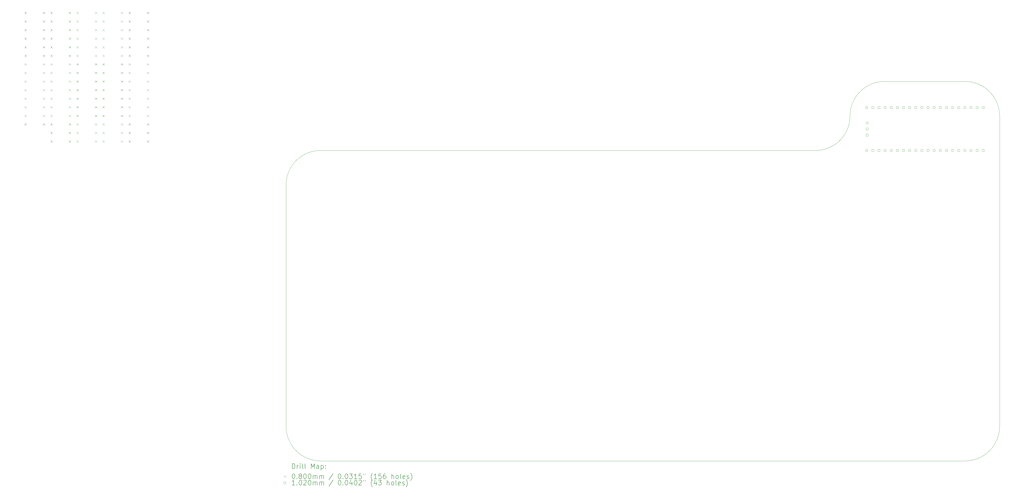
<source format=gbr>
%TF.GenerationSoftware,KiCad,Pcbnew,8.0.8*%
%TF.CreationDate,2025-06-07T08:47:10+08:00*%
%TF.ProjectId,magic-keys,6d616769-632d-46b6-9579-732e6b696361,rev?*%
%TF.SameCoordinates,Original*%
%TF.FileFunction,Drillmap*%
%TF.FilePolarity,Positive*%
%FSLAX45Y45*%
G04 Gerber Fmt 4.5, Leading zero omitted, Abs format (unit mm)*
G04 Created by KiCad (PCBNEW 8.0.8) date 2025-06-07 08:47:10*
%MOMM*%
%LPD*%
G01*
G04 APERTURE LIST*
%ADD10C,0.050000*%
%ADD11C,0.200000*%
%ADD12C,0.100000*%
%ADD13C,0.102000*%
G04 APERTURE END LIST*
D10*
X22860000Y-2381250D02*
G75*
G02*
X21431250Y-3810000I-1428750J0D01*
G01*
X952500Y-16668750D02*
X27622500Y-16668750D01*
X-476250Y-5238750D02*
G75*
G02*
X952500Y-3810000I1428750J0D01*
G01*
X27622500Y-952500D02*
G75*
G02*
X29051250Y-2381250I0J-1428750D01*
G01*
X29051250Y-15240000D02*
X29051250Y-2381250D01*
X22860000Y-2381250D02*
G75*
G02*
X24288750Y-952500I1428750J0D01*
G01*
X952500Y-16668750D02*
G75*
G02*
X-476250Y-15240000I0J1428750D01*
G01*
X952500Y-3810000D02*
X21431250Y-3810000D01*
X-476250Y-15240000D02*
X-476250Y-5238750D01*
X24288750Y-952500D02*
X27622500Y-952500D01*
X29051250Y-15240000D02*
G75*
G02*
X27622500Y-16668750I-1428750J0D01*
G01*
D11*
D12*
X-11301250Y1927500D02*
X-11221250Y1847500D01*
X-11221250Y1927500D02*
X-11301250Y1847500D01*
X-11301250Y1572500D02*
X-11221250Y1492500D01*
X-11221250Y1572500D02*
X-11301250Y1492500D01*
X-11301250Y1217500D02*
X-11221250Y1137500D01*
X-11221250Y1217500D02*
X-11301250Y1137500D01*
X-11301250Y862500D02*
X-11221250Y782500D01*
X-11221250Y862500D02*
X-11301250Y782500D01*
X-11301250Y507500D02*
X-11221250Y427500D01*
X-11221250Y507500D02*
X-11301250Y427500D01*
X-11301250Y152500D02*
X-11221250Y72500D01*
X-11221250Y152500D02*
X-11301250Y72500D01*
X-11301250Y-202500D02*
X-11221250Y-282500D01*
X-11221250Y-202500D02*
X-11301250Y-282500D01*
X-11301250Y-557500D02*
X-11221250Y-637500D01*
X-11221250Y-557500D02*
X-11301250Y-637500D01*
X-11301250Y-912500D02*
X-11221250Y-992500D01*
X-11221250Y-912500D02*
X-11301250Y-992500D01*
X-11301250Y-1267500D02*
X-11221250Y-1347500D01*
X-11221250Y-1267500D02*
X-11301250Y-1347500D01*
X-11301250Y-1622500D02*
X-11221250Y-1702500D01*
X-11221250Y-1622500D02*
X-11301250Y-1702500D01*
X-11301250Y-1977500D02*
X-11221250Y-2057500D01*
X-11221250Y-1977500D02*
X-11301250Y-2057500D01*
X-11301250Y-2332500D02*
X-11221250Y-2412500D01*
X-11221250Y-2332500D02*
X-11301250Y-2412500D01*
X-11301250Y-2687500D02*
X-11221250Y-2767500D01*
X-11221250Y-2687500D02*
X-11301250Y-2767500D01*
X-10539250Y1927500D02*
X-10459250Y1847500D01*
X-10459250Y1927500D02*
X-10539250Y1847500D01*
X-10539250Y1572500D02*
X-10459250Y1492500D01*
X-10459250Y1572500D02*
X-10539250Y1492500D01*
X-10539250Y1217500D02*
X-10459250Y1137500D01*
X-10459250Y1217500D02*
X-10539250Y1137500D01*
X-10539250Y862500D02*
X-10459250Y782500D01*
X-10459250Y862500D02*
X-10539250Y782500D01*
X-10539250Y507500D02*
X-10459250Y427500D01*
X-10459250Y507500D02*
X-10539250Y427500D01*
X-10539250Y152500D02*
X-10459250Y72500D01*
X-10459250Y152500D02*
X-10539250Y72500D01*
X-10539250Y-202500D02*
X-10459250Y-282500D01*
X-10459250Y-202500D02*
X-10539250Y-282500D01*
X-10539250Y-557500D02*
X-10459250Y-637500D01*
X-10459250Y-557500D02*
X-10539250Y-637500D01*
X-10539250Y-912500D02*
X-10459250Y-992500D01*
X-10459250Y-912500D02*
X-10539250Y-992500D01*
X-10539250Y-1267500D02*
X-10459250Y-1347500D01*
X-10459250Y-1267500D02*
X-10539250Y-1347500D01*
X-10539250Y-1622500D02*
X-10459250Y-1702500D01*
X-10459250Y-1622500D02*
X-10539250Y-1702500D01*
X-10539250Y-1977500D02*
X-10459250Y-2057500D01*
X-10459250Y-1977500D02*
X-10539250Y-2057500D01*
X-10539250Y-2332500D02*
X-10459250Y-2412500D01*
X-10459250Y-2332500D02*
X-10539250Y-2412500D01*
X-10539250Y-2687500D02*
X-10459250Y-2767500D01*
X-10459250Y-2687500D02*
X-10539250Y-2767500D01*
X-10224250Y1927500D02*
X-10144250Y1847500D01*
X-10144250Y1927500D02*
X-10224250Y1847500D01*
X-10224250Y1572500D02*
X-10144250Y1492500D01*
X-10144250Y1572500D02*
X-10224250Y1492500D01*
X-10224250Y1217500D02*
X-10144250Y1137500D01*
X-10144250Y1217500D02*
X-10224250Y1137500D01*
X-10224250Y862500D02*
X-10144250Y782500D01*
X-10144250Y862500D02*
X-10224250Y782500D01*
X-10224250Y507500D02*
X-10144250Y427500D01*
X-10144250Y507500D02*
X-10224250Y427500D01*
X-10224250Y152500D02*
X-10144250Y72500D01*
X-10144250Y152500D02*
X-10224250Y72500D01*
X-10224250Y-202500D02*
X-10144250Y-282500D01*
X-10144250Y-202500D02*
X-10224250Y-282500D01*
X-10224250Y-557500D02*
X-10144250Y-637500D01*
X-10144250Y-557500D02*
X-10224250Y-637500D01*
X-10224250Y-912500D02*
X-10144250Y-992500D01*
X-10144250Y-912500D02*
X-10224250Y-992500D01*
X-10224250Y-1267500D02*
X-10144250Y-1347500D01*
X-10144250Y-1267500D02*
X-10224250Y-1347500D01*
X-10224250Y-1622500D02*
X-10144250Y-1702500D01*
X-10144250Y-1622500D02*
X-10224250Y-1702500D01*
X-10224250Y-1977500D02*
X-10144250Y-2057500D01*
X-10144250Y-1977500D02*
X-10224250Y-2057500D01*
X-10224250Y-2332500D02*
X-10144250Y-2412500D01*
X-10144250Y-2332500D02*
X-10224250Y-2412500D01*
X-10224250Y-2687500D02*
X-10144250Y-2767500D01*
X-10144250Y-2687500D02*
X-10224250Y-2767500D01*
X-10224250Y-3042500D02*
X-10144250Y-3122500D01*
X-10144250Y-3042500D02*
X-10224250Y-3122500D01*
X-10224250Y-3397500D02*
X-10144250Y-3477500D01*
X-10144250Y-3397500D02*
X-10224250Y-3477500D01*
X-9462250Y1927500D02*
X-9382250Y1847500D01*
X-9382250Y1927500D02*
X-9462250Y1847500D01*
X-9462250Y1572500D02*
X-9382250Y1492500D01*
X-9382250Y1572500D02*
X-9462250Y1492500D01*
X-9462250Y1217500D02*
X-9382250Y1137500D01*
X-9382250Y1217500D02*
X-9462250Y1137500D01*
X-9462250Y862500D02*
X-9382250Y782500D01*
X-9382250Y862500D02*
X-9462250Y782500D01*
X-9462250Y507500D02*
X-9382250Y427500D01*
X-9382250Y507500D02*
X-9462250Y427500D01*
X-9462250Y152500D02*
X-9382250Y72500D01*
X-9382250Y152500D02*
X-9462250Y72500D01*
X-9462250Y-202500D02*
X-9382250Y-282500D01*
X-9382250Y-202500D02*
X-9462250Y-282500D01*
X-9462250Y-557500D02*
X-9382250Y-637500D01*
X-9382250Y-557500D02*
X-9462250Y-637500D01*
X-9462250Y-912500D02*
X-9382250Y-992500D01*
X-9382250Y-912500D02*
X-9462250Y-992500D01*
X-9462250Y-1267500D02*
X-9382250Y-1347500D01*
X-9382250Y-1267500D02*
X-9462250Y-1347500D01*
X-9462250Y-1622500D02*
X-9382250Y-1702500D01*
X-9382250Y-1622500D02*
X-9462250Y-1702500D01*
X-9462250Y-1977500D02*
X-9382250Y-2057500D01*
X-9382250Y-1977500D02*
X-9462250Y-2057500D01*
X-9462250Y-2332500D02*
X-9382250Y-2412500D01*
X-9382250Y-2332500D02*
X-9462250Y-2412500D01*
X-9462250Y-2687500D02*
X-9382250Y-2767500D01*
X-9382250Y-2687500D02*
X-9462250Y-2767500D01*
X-9462250Y-3042500D02*
X-9382250Y-3122500D01*
X-9382250Y-3042500D02*
X-9462250Y-3122500D01*
X-9462250Y-3397500D02*
X-9382250Y-3477500D01*
X-9382250Y-3397500D02*
X-9462250Y-3477500D01*
X-9147250Y1927500D02*
X-9067250Y1847500D01*
X-9067250Y1927500D02*
X-9147250Y1847500D01*
X-9147250Y1572500D02*
X-9067250Y1492500D01*
X-9067250Y1572500D02*
X-9147250Y1492500D01*
X-9147250Y1217500D02*
X-9067250Y1137500D01*
X-9067250Y1217500D02*
X-9147250Y1137500D01*
X-9147250Y862500D02*
X-9067250Y782500D01*
X-9067250Y862500D02*
X-9147250Y782500D01*
X-9147250Y507500D02*
X-9067250Y427500D01*
X-9067250Y507500D02*
X-9147250Y427500D01*
X-9147250Y152500D02*
X-9067250Y72500D01*
X-9067250Y152500D02*
X-9147250Y72500D01*
X-9147250Y-202500D02*
X-9067250Y-282500D01*
X-9067250Y-202500D02*
X-9147250Y-282500D01*
X-9147250Y-557500D02*
X-9067250Y-637500D01*
X-9067250Y-557500D02*
X-9147250Y-637500D01*
X-9147250Y-912500D02*
X-9067250Y-992500D01*
X-9067250Y-912500D02*
X-9147250Y-992500D01*
X-9147250Y-1267500D02*
X-9067250Y-1347500D01*
X-9067250Y-1267500D02*
X-9147250Y-1347500D01*
X-9147250Y-1622500D02*
X-9067250Y-1702500D01*
X-9067250Y-1622500D02*
X-9147250Y-1702500D01*
X-9147250Y-1977500D02*
X-9067250Y-2057500D01*
X-9067250Y-1977500D02*
X-9147250Y-2057500D01*
X-9147250Y-2332500D02*
X-9067250Y-2412500D01*
X-9067250Y-2332500D02*
X-9147250Y-2412500D01*
X-9147250Y-2687500D02*
X-9067250Y-2767500D01*
X-9067250Y-2687500D02*
X-9147250Y-2767500D01*
X-9147250Y-3042500D02*
X-9067250Y-3122500D01*
X-9067250Y-3042500D02*
X-9147250Y-3122500D01*
X-9147250Y-3397500D02*
X-9067250Y-3477500D01*
X-9067250Y-3397500D02*
X-9147250Y-3477500D01*
X-8385250Y1927500D02*
X-8305250Y1847500D01*
X-8305250Y1927500D02*
X-8385250Y1847500D01*
X-8385250Y1572500D02*
X-8305250Y1492500D01*
X-8305250Y1572500D02*
X-8385250Y1492500D01*
X-8385250Y1217500D02*
X-8305250Y1137500D01*
X-8305250Y1217500D02*
X-8385250Y1137500D01*
X-8385250Y862500D02*
X-8305250Y782500D01*
X-8305250Y862500D02*
X-8385250Y782500D01*
X-8385250Y507500D02*
X-8305250Y427500D01*
X-8305250Y507500D02*
X-8385250Y427500D01*
X-8385250Y152500D02*
X-8305250Y72500D01*
X-8305250Y152500D02*
X-8385250Y72500D01*
X-8385250Y-202500D02*
X-8305250Y-282500D01*
X-8305250Y-202500D02*
X-8385250Y-282500D01*
X-8385250Y-557500D02*
X-8305250Y-637500D01*
X-8305250Y-557500D02*
X-8385250Y-637500D01*
X-8385250Y-912500D02*
X-8305250Y-992500D01*
X-8305250Y-912500D02*
X-8385250Y-992500D01*
X-8385250Y-1267500D02*
X-8305250Y-1347500D01*
X-8305250Y-1267500D02*
X-8385250Y-1347500D01*
X-8385250Y-1622500D02*
X-8305250Y-1702500D01*
X-8305250Y-1622500D02*
X-8385250Y-1702500D01*
X-8385250Y-1977500D02*
X-8305250Y-2057500D01*
X-8305250Y-1977500D02*
X-8385250Y-2057500D01*
X-8385250Y-2332500D02*
X-8305250Y-2412500D01*
X-8305250Y-2332500D02*
X-8385250Y-2412500D01*
X-8385250Y-2687500D02*
X-8305250Y-2767500D01*
X-8305250Y-2687500D02*
X-8385250Y-2767500D01*
X-8385250Y-3042500D02*
X-8305250Y-3122500D01*
X-8305250Y-3042500D02*
X-8385250Y-3122500D01*
X-8385250Y-3397500D02*
X-8305250Y-3477500D01*
X-8305250Y-3397500D02*
X-8385250Y-3477500D01*
X-8070250Y1927500D02*
X-7990250Y1847500D01*
X-7990250Y1927500D02*
X-8070250Y1847500D01*
X-8070250Y1572500D02*
X-7990250Y1492500D01*
X-7990250Y1572500D02*
X-8070250Y1492500D01*
X-8070250Y1217500D02*
X-7990250Y1137500D01*
X-7990250Y1217500D02*
X-8070250Y1137500D01*
X-8070250Y862500D02*
X-7990250Y782500D01*
X-7990250Y862500D02*
X-8070250Y782500D01*
X-8070250Y507500D02*
X-7990250Y427500D01*
X-7990250Y507500D02*
X-8070250Y427500D01*
X-8070250Y152500D02*
X-7990250Y72500D01*
X-7990250Y152500D02*
X-8070250Y72500D01*
X-8070250Y-202500D02*
X-7990250Y-282500D01*
X-7990250Y-202500D02*
X-8070250Y-282500D01*
X-8070250Y-557500D02*
X-7990250Y-637500D01*
X-7990250Y-557500D02*
X-8070250Y-637500D01*
X-8070250Y-912500D02*
X-7990250Y-992500D01*
X-7990250Y-912500D02*
X-8070250Y-992500D01*
X-8070250Y-1267500D02*
X-7990250Y-1347500D01*
X-7990250Y-1267500D02*
X-8070250Y-1347500D01*
X-8070250Y-1622500D02*
X-7990250Y-1702500D01*
X-7990250Y-1622500D02*
X-8070250Y-1702500D01*
X-8070250Y-1977500D02*
X-7990250Y-2057500D01*
X-7990250Y-1977500D02*
X-8070250Y-2057500D01*
X-8070250Y-2332500D02*
X-7990250Y-2412500D01*
X-7990250Y-2332500D02*
X-8070250Y-2412500D01*
X-8070250Y-2687500D02*
X-7990250Y-2767500D01*
X-7990250Y-2687500D02*
X-8070250Y-2767500D01*
X-8070250Y-3042500D02*
X-7990250Y-3122500D01*
X-7990250Y-3042500D02*
X-8070250Y-3122500D01*
X-8070250Y-3397500D02*
X-7990250Y-3477500D01*
X-7990250Y-3397500D02*
X-8070250Y-3477500D01*
X-7308250Y1927500D02*
X-7228250Y1847500D01*
X-7228250Y1927500D02*
X-7308250Y1847500D01*
X-7308250Y1572500D02*
X-7228250Y1492500D01*
X-7228250Y1572500D02*
X-7308250Y1492500D01*
X-7308250Y1217500D02*
X-7228250Y1137500D01*
X-7228250Y1217500D02*
X-7308250Y1137500D01*
X-7308250Y862500D02*
X-7228250Y782500D01*
X-7228250Y862500D02*
X-7308250Y782500D01*
X-7308250Y507500D02*
X-7228250Y427500D01*
X-7228250Y507500D02*
X-7308250Y427500D01*
X-7308250Y152500D02*
X-7228250Y72500D01*
X-7228250Y152500D02*
X-7308250Y72500D01*
X-7308250Y-202500D02*
X-7228250Y-282500D01*
X-7228250Y-202500D02*
X-7308250Y-282500D01*
X-7308250Y-557500D02*
X-7228250Y-637500D01*
X-7228250Y-557500D02*
X-7308250Y-637500D01*
X-7308250Y-912500D02*
X-7228250Y-992500D01*
X-7228250Y-912500D02*
X-7308250Y-992500D01*
X-7308250Y-1267500D02*
X-7228250Y-1347500D01*
X-7228250Y-1267500D02*
X-7308250Y-1347500D01*
X-7308250Y-1622500D02*
X-7228250Y-1702500D01*
X-7228250Y-1622500D02*
X-7308250Y-1702500D01*
X-7308250Y-1977500D02*
X-7228250Y-2057500D01*
X-7228250Y-1977500D02*
X-7308250Y-2057500D01*
X-7308250Y-2332500D02*
X-7228250Y-2412500D01*
X-7228250Y-2332500D02*
X-7308250Y-2412500D01*
X-7308250Y-2687500D02*
X-7228250Y-2767500D01*
X-7228250Y-2687500D02*
X-7308250Y-2767500D01*
X-7308250Y-3042500D02*
X-7228250Y-3122500D01*
X-7228250Y-3042500D02*
X-7308250Y-3122500D01*
X-7308250Y-3397500D02*
X-7228250Y-3477500D01*
X-7228250Y-3397500D02*
X-7308250Y-3477500D01*
X-6993250Y1927500D02*
X-6913250Y1847500D01*
X-6913250Y1927500D02*
X-6993250Y1847500D01*
X-6993250Y1572500D02*
X-6913250Y1492500D01*
X-6913250Y1572500D02*
X-6993250Y1492500D01*
X-6993250Y1217500D02*
X-6913250Y1137500D01*
X-6913250Y1217500D02*
X-6993250Y1137500D01*
X-6993250Y862500D02*
X-6913250Y782500D01*
X-6913250Y862500D02*
X-6993250Y782500D01*
X-6993250Y507500D02*
X-6913250Y427500D01*
X-6913250Y507500D02*
X-6993250Y427500D01*
X-6993250Y152500D02*
X-6913250Y72500D01*
X-6913250Y152500D02*
X-6993250Y72500D01*
X-6993250Y-202500D02*
X-6913250Y-282500D01*
X-6913250Y-202500D02*
X-6993250Y-282500D01*
X-6993250Y-557500D02*
X-6913250Y-637500D01*
X-6913250Y-557500D02*
X-6993250Y-637500D01*
X-6993250Y-912500D02*
X-6913250Y-992500D01*
X-6913250Y-912500D02*
X-6993250Y-992500D01*
X-6993250Y-1267500D02*
X-6913250Y-1347500D01*
X-6913250Y-1267500D02*
X-6993250Y-1347500D01*
X-6993250Y-1622500D02*
X-6913250Y-1702500D01*
X-6913250Y-1622500D02*
X-6993250Y-1702500D01*
X-6993250Y-1977500D02*
X-6913250Y-2057500D01*
X-6913250Y-1977500D02*
X-6993250Y-2057500D01*
X-6993250Y-2332500D02*
X-6913250Y-2412500D01*
X-6913250Y-2332500D02*
X-6993250Y-2412500D01*
X-6993250Y-2687500D02*
X-6913250Y-2767500D01*
X-6913250Y-2687500D02*
X-6993250Y-2767500D01*
X-6993250Y-3042500D02*
X-6913250Y-3122500D01*
X-6913250Y-3042500D02*
X-6993250Y-3122500D01*
X-6993250Y-3397500D02*
X-6913250Y-3477500D01*
X-6913250Y-3397500D02*
X-6993250Y-3477500D01*
X-6231250Y1927500D02*
X-6151250Y1847500D01*
X-6151250Y1927500D02*
X-6231250Y1847500D01*
X-6231250Y1572500D02*
X-6151250Y1492500D01*
X-6151250Y1572500D02*
X-6231250Y1492500D01*
X-6231250Y1217500D02*
X-6151250Y1137500D01*
X-6151250Y1217500D02*
X-6231250Y1137500D01*
X-6231250Y862500D02*
X-6151250Y782500D01*
X-6151250Y862500D02*
X-6231250Y782500D01*
X-6231250Y507500D02*
X-6151250Y427500D01*
X-6151250Y507500D02*
X-6231250Y427500D01*
X-6231250Y152500D02*
X-6151250Y72500D01*
X-6151250Y152500D02*
X-6231250Y72500D01*
X-6231250Y-202500D02*
X-6151250Y-282500D01*
X-6151250Y-202500D02*
X-6231250Y-282500D01*
X-6231250Y-557500D02*
X-6151250Y-637500D01*
X-6151250Y-557500D02*
X-6231250Y-637500D01*
X-6231250Y-912500D02*
X-6151250Y-992500D01*
X-6151250Y-912500D02*
X-6231250Y-992500D01*
X-6231250Y-1267500D02*
X-6151250Y-1347500D01*
X-6151250Y-1267500D02*
X-6231250Y-1347500D01*
X-6231250Y-1622500D02*
X-6151250Y-1702500D01*
X-6151250Y-1622500D02*
X-6231250Y-1702500D01*
X-6231250Y-1977500D02*
X-6151250Y-2057500D01*
X-6151250Y-1977500D02*
X-6231250Y-2057500D01*
X-6231250Y-2332500D02*
X-6151250Y-2412500D01*
X-6151250Y-2332500D02*
X-6231250Y-2412500D01*
X-6231250Y-2687500D02*
X-6151250Y-2767500D01*
X-6151250Y-2687500D02*
X-6231250Y-2767500D01*
X-6231250Y-3042500D02*
X-6151250Y-3122500D01*
X-6151250Y-3042500D02*
X-6231250Y-3122500D01*
X-6231250Y-3397500D02*
X-6151250Y-3477500D01*
X-6151250Y-3397500D02*
X-6231250Y-3477500D01*
D13*
X23600500Y-2032000D02*
G75*
G02*
X23498500Y-2032000I-51000J0D01*
G01*
X23498500Y-2032000D02*
G75*
G02*
X23600500Y-2032000I51000J0D01*
G01*
X23600500Y-3810000D02*
G75*
G02*
X23498500Y-3810000I-51000J0D01*
G01*
X23498500Y-3810000D02*
G75*
G02*
X23600500Y-3810000I51000J0D01*
G01*
X23623500Y-2667000D02*
G75*
G02*
X23521500Y-2667000I-51000J0D01*
G01*
X23521500Y-2667000D02*
G75*
G02*
X23623500Y-2667000I51000J0D01*
G01*
X23623500Y-2921000D02*
G75*
G02*
X23521500Y-2921000I-51000J0D01*
G01*
X23521500Y-2921000D02*
G75*
G02*
X23623500Y-2921000I51000J0D01*
G01*
X23623500Y-3175000D02*
G75*
G02*
X23521500Y-3175000I-51000J0D01*
G01*
X23521500Y-3175000D02*
G75*
G02*
X23623500Y-3175000I51000J0D01*
G01*
X23854500Y-2032000D02*
G75*
G02*
X23752500Y-2032000I-51000J0D01*
G01*
X23752500Y-2032000D02*
G75*
G02*
X23854500Y-2032000I51000J0D01*
G01*
X23854500Y-3810000D02*
G75*
G02*
X23752500Y-3810000I-51000J0D01*
G01*
X23752500Y-3810000D02*
G75*
G02*
X23854500Y-3810000I51000J0D01*
G01*
X24108500Y-2032000D02*
G75*
G02*
X24006500Y-2032000I-51000J0D01*
G01*
X24006500Y-2032000D02*
G75*
G02*
X24108500Y-2032000I51000J0D01*
G01*
X24108500Y-3810000D02*
G75*
G02*
X24006500Y-3810000I-51000J0D01*
G01*
X24006500Y-3810000D02*
G75*
G02*
X24108500Y-3810000I51000J0D01*
G01*
X24362500Y-2032000D02*
G75*
G02*
X24260500Y-2032000I-51000J0D01*
G01*
X24260500Y-2032000D02*
G75*
G02*
X24362500Y-2032000I51000J0D01*
G01*
X24362500Y-3810000D02*
G75*
G02*
X24260500Y-3810000I-51000J0D01*
G01*
X24260500Y-3810000D02*
G75*
G02*
X24362500Y-3810000I51000J0D01*
G01*
X24616500Y-2032000D02*
G75*
G02*
X24514500Y-2032000I-51000J0D01*
G01*
X24514500Y-2032000D02*
G75*
G02*
X24616500Y-2032000I51000J0D01*
G01*
X24616500Y-3810000D02*
G75*
G02*
X24514500Y-3810000I-51000J0D01*
G01*
X24514500Y-3810000D02*
G75*
G02*
X24616500Y-3810000I51000J0D01*
G01*
X24870500Y-2032000D02*
G75*
G02*
X24768500Y-2032000I-51000J0D01*
G01*
X24768500Y-2032000D02*
G75*
G02*
X24870500Y-2032000I51000J0D01*
G01*
X24870500Y-3810000D02*
G75*
G02*
X24768500Y-3810000I-51000J0D01*
G01*
X24768500Y-3810000D02*
G75*
G02*
X24870500Y-3810000I51000J0D01*
G01*
X25124500Y-2032000D02*
G75*
G02*
X25022500Y-2032000I-51000J0D01*
G01*
X25022500Y-2032000D02*
G75*
G02*
X25124500Y-2032000I51000J0D01*
G01*
X25124500Y-3810000D02*
G75*
G02*
X25022500Y-3810000I-51000J0D01*
G01*
X25022500Y-3810000D02*
G75*
G02*
X25124500Y-3810000I51000J0D01*
G01*
X25378500Y-2032000D02*
G75*
G02*
X25276500Y-2032000I-51000J0D01*
G01*
X25276500Y-2032000D02*
G75*
G02*
X25378500Y-2032000I51000J0D01*
G01*
X25378500Y-3810000D02*
G75*
G02*
X25276500Y-3810000I-51000J0D01*
G01*
X25276500Y-3810000D02*
G75*
G02*
X25378500Y-3810000I51000J0D01*
G01*
X25632500Y-2032000D02*
G75*
G02*
X25530500Y-2032000I-51000J0D01*
G01*
X25530500Y-2032000D02*
G75*
G02*
X25632500Y-2032000I51000J0D01*
G01*
X25632500Y-3810000D02*
G75*
G02*
X25530500Y-3810000I-51000J0D01*
G01*
X25530500Y-3810000D02*
G75*
G02*
X25632500Y-3810000I51000J0D01*
G01*
X25886500Y-2032000D02*
G75*
G02*
X25784500Y-2032000I-51000J0D01*
G01*
X25784500Y-2032000D02*
G75*
G02*
X25886500Y-2032000I51000J0D01*
G01*
X25886500Y-3810000D02*
G75*
G02*
X25784500Y-3810000I-51000J0D01*
G01*
X25784500Y-3810000D02*
G75*
G02*
X25886500Y-3810000I51000J0D01*
G01*
X26140500Y-2032000D02*
G75*
G02*
X26038500Y-2032000I-51000J0D01*
G01*
X26038500Y-2032000D02*
G75*
G02*
X26140500Y-2032000I51000J0D01*
G01*
X26140500Y-3810000D02*
G75*
G02*
X26038500Y-3810000I-51000J0D01*
G01*
X26038500Y-3810000D02*
G75*
G02*
X26140500Y-3810000I51000J0D01*
G01*
X26394500Y-2032000D02*
G75*
G02*
X26292500Y-2032000I-51000J0D01*
G01*
X26292500Y-2032000D02*
G75*
G02*
X26394500Y-2032000I51000J0D01*
G01*
X26394500Y-3810000D02*
G75*
G02*
X26292500Y-3810000I-51000J0D01*
G01*
X26292500Y-3810000D02*
G75*
G02*
X26394500Y-3810000I51000J0D01*
G01*
X26648500Y-2032000D02*
G75*
G02*
X26546500Y-2032000I-51000J0D01*
G01*
X26546500Y-2032000D02*
G75*
G02*
X26648500Y-2032000I51000J0D01*
G01*
X26648500Y-3810000D02*
G75*
G02*
X26546500Y-3810000I-51000J0D01*
G01*
X26546500Y-3810000D02*
G75*
G02*
X26648500Y-3810000I51000J0D01*
G01*
X26902500Y-2032000D02*
G75*
G02*
X26800500Y-2032000I-51000J0D01*
G01*
X26800500Y-2032000D02*
G75*
G02*
X26902500Y-2032000I51000J0D01*
G01*
X26902500Y-3810000D02*
G75*
G02*
X26800500Y-3810000I-51000J0D01*
G01*
X26800500Y-3810000D02*
G75*
G02*
X26902500Y-3810000I51000J0D01*
G01*
X27156500Y-2032000D02*
G75*
G02*
X27054500Y-2032000I-51000J0D01*
G01*
X27054500Y-2032000D02*
G75*
G02*
X27156500Y-2032000I51000J0D01*
G01*
X27156500Y-3810000D02*
G75*
G02*
X27054500Y-3810000I-51000J0D01*
G01*
X27054500Y-3810000D02*
G75*
G02*
X27156500Y-3810000I51000J0D01*
G01*
X27410500Y-2032000D02*
G75*
G02*
X27308500Y-2032000I-51000J0D01*
G01*
X27308500Y-2032000D02*
G75*
G02*
X27410500Y-2032000I51000J0D01*
G01*
X27410500Y-3810000D02*
G75*
G02*
X27308500Y-3810000I-51000J0D01*
G01*
X27308500Y-3810000D02*
G75*
G02*
X27410500Y-3810000I51000J0D01*
G01*
X27664500Y-2032000D02*
G75*
G02*
X27562500Y-2032000I-51000J0D01*
G01*
X27562500Y-2032000D02*
G75*
G02*
X27664500Y-2032000I51000J0D01*
G01*
X27664500Y-3810000D02*
G75*
G02*
X27562500Y-3810000I-51000J0D01*
G01*
X27562500Y-3810000D02*
G75*
G02*
X27664500Y-3810000I51000J0D01*
G01*
X27918500Y-2032000D02*
G75*
G02*
X27816500Y-2032000I-51000J0D01*
G01*
X27816500Y-2032000D02*
G75*
G02*
X27918500Y-2032000I51000J0D01*
G01*
X27918500Y-3810000D02*
G75*
G02*
X27816500Y-3810000I-51000J0D01*
G01*
X27816500Y-3810000D02*
G75*
G02*
X27918500Y-3810000I51000J0D01*
G01*
X28172500Y-2032000D02*
G75*
G02*
X28070500Y-2032000I-51000J0D01*
G01*
X28070500Y-2032000D02*
G75*
G02*
X28172500Y-2032000I51000J0D01*
G01*
X28172500Y-3810000D02*
G75*
G02*
X28070500Y-3810000I-51000J0D01*
G01*
X28070500Y-3810000D02*
G75*
G02*
X28172500Y-3810000I51000J0D01*
G01*
X28426500Y-2032000D02*
G75*
G02*
X28324500Y-2032000I-51000J0D01*
G01*
X28324500Y-2032000D02*
G75*
G02*
X28426500Y-2032000I51000J0D01*
G01*
X28426500Y-3810000D02*
G75*
G02*
X28324500Y-3810000I-51000J0D01*
G01*
X28324500Y-3810000D02*
G75*
G02*
X28426500Y-3810000I51000J0D01*
G01*
D11*
X-217973Y-16982734D02*
X-217973Y-16782734D01*
X-217973Y-16782734D02*
X-170354Y-16782734D01*
X-170354Y-16782734D02*
X-141783Y-16792258D01*
X-141783Y-16792258D02*
X-122735Y-16811305D01*
X-122735Y-16811305D02*
X-113211Y-16830353D01*
X-113211Y-16830353D02*
X-103687Y-16868448D01*
X-103687Y-16868448D02*
X-103687Y-16897020D01*
X-103687Y-16897020D02*
X-113211Y-16935115D01*
X-113211Y-16935115D02*
X-122735Y-16954162D01*
X-122735Y-16954162D02*
X-141783Y-16973210D01*
X-141783Y-16973210D02*
X-170354Y-16982734D01*
X-170354Y-16982734D02*
X-217973Y-16982734D01*
X-17973Y-16982734D02*
X-17973Y-16849400D01*
X-17973Y-16887496D02*
X-8449Y-16868448D01*
X-8449Y-16868448D02*
X1074Y-16858924D01*
X1074Y-16858924D02*
X20122Y-16849400D01*
X20122Y-16849400D02*
X39170Y-16849400D01*
X105836Y-16982734D02*
X105836Y-16849400D01*
X105836Y-16782734D02*
X96312Y-16792258D01*
X96312Y-16792258D02*
X105836Y-16801781D01*
X105836Y-16801781D02*
X115360Y-16792258D01*
X115360Y-16792258D02*
X105836Y-16782734D01*
X105836Y-16782734D02*
X105836Y-16801781D01*
X229646Y-16982734D02*
X210598Y-16973210D01*
X210598Y-16973210D02*
X201074Y-16954162D01*
X201074Y-16954162D02*
X201074Y-16782734D01*
X334408Y-16982734D02*
X315360Y-16973210D01*
X315360Y-16973210D02*
X305836Y-16954162D01*
X305836Y-16954162D02*
X305836Y-16782734D01*
X562979Y-16982734D02*
X562979Y-16782734D01*
X562979Y-16782734D02*
X629646Y-16925591D01*
X629646Y-16925591D02*
X696313Y-16782734D01*
X696313Y-16782734D02*
X696313Y-16982734D01*
X877265Y-16982734D02*
X877265Y-16877972D01*
X877265Y-16877972D02*
X867741Y-16858924D01*
X867741Y-16858924D02*
X848693Y-16849400D01*
X848693Y-16849400D02*
X810598Y-16849400D01*
X810598Y-16849400D02*
X791551Y-16858924D01*
X877265Y-16973210D02*
X858217Y-16982734D01*
X858217Y-16982734D02*
X810598Y-16982734D01*
X810598Y-16982734D02*
X791551Y-16973210D01*
X791551Y-16973210D02*
X782027Y-16954162D01*
X782027Y-16954162D02*
X782027Y-16935115D01*
X782027Y-16935115D02*
X791551Y-16916067D01*
X791551Y-16916067D02*
X810598Y-16906543D01*
X810598Y-16906543D02*
X858217Y-16906543D01*
X858217Y-16906543D02*
X877265Y-16897020D01*
X972503Y-16849400D02*
X972503Y-17049400D01*
X972503Y-16858924D02*
X991551Y-16849400D01*
X991551Y-16849400D02*
X1029646Y-16849400D01*
X1029646Y-16849400D02*
X1048694Y-16858924D01*
X1048694Y-16858924D02*
X1058217Y-16868448D01*
X1058217Y-16868448D02*
X1067741Y-16887496D01*
X1067741Y-16887496D02*
X1067741Y-16944639D01*
X1067741Y-16944639D02*
X1058217Y-16963686D01*
X1058217Y-16963686D02*
X1048694Y-16973210D01*
X1048694Y-16973210D02*
X1029646Y-16982734D01*
X1029646Y-16982734D02*
X991551Y-16982734D01*
X991551Y-16982734D02*
X972503Y-16973210D01*
X1153455Y-16963686D02*
X1162979Y-16973210D01*
X1162979Y-16973210D02*
X1153455Y-16982734D01*
X1153455Y-16982734D02*
X1143932Y-16973210D01*
X1143932Y-16973210D02*
X1153455Y-16963686D01*
X1153455Y-16963686D02*
X1153455Y-16982734D01*
X1153455Y-16858924D02*
X1162979Y-16868448D01*
X1162979Y-16868448D02*
X1153455Y-16877972D01*
X1153455Y-16877972D02*
X1143932Y-16868448D01*
X1143932Y-16868448D02*
X1153455Y-16858924D01*
X1153455Y-16858924D02*
X1153455Y-16877972D01*
D12*
X-558750Y-17271250D02*
X-478750Y-17351250D01*
X-478750Y-17271250D02*
X-558750Y-17351250D01*
D11*
X-179878Y-17202734D02*
X-160830Y-17202734D01*
X-160830Y-17202734D02*
X-141783Y-17212258D01*
X-141783Y-17212258D02*
X-132259Y-17221781D01*
X-132259Y-17221781D02*
X-122735Y-17240829D01*
X-122735Y-17240829D02*
X-113211Y-17278924D01*
X-113211Y-17278924D02*
X-113211Y-17326543D01*
X-113211Y-17326543D02*
X-122735Y-17364639D01*
X-122735Y-17364639D02*
X-132259Y-17383686D01*
X-132259Y-17383686D02*
X-141783Y-17393210D01*
X-141783Y-17393210D02*
X-160830Y-17402734D01*
X-160830Y-17402734D02*
X-179878Y-17402734D01*
X-179878Y-17402734D02*
X-198925Y-17393210D01*
X-198925Y-17393210D02*
X-208449Y-17383686D01*
X-208449Y-17383686D02*
X-217973Y-17364639D01*
X-217973Y-17364639D02*
X-227497Y-17326543D01*
X-227497Y-17326543D02*
X-227497Y-17278924D01*
X-227497Y-17278924D02*
X-217973Y-17240829D01*
X-217973Y-17240829D02*
X-208449Y-17221781D01*
X-208449Y-17221781D02*
X-198925Y-17212258D01*
X-198925Y-17212258D02*
X-179878Y-17202734D01*
X-27497Y-17383686D02*
X-17973Y-17393210D01*
X-17973Y-17393210D02*
X-27497Y-17402734D01*
X-27497Y-17402734D02*
X-37021Y-17393210D01*
X-37021Y-17393210D02*
X-27497Y-17383686D01*
X-27497Y-17383686D02*
X-27497Y-17402734D01*
X96312Y-17288448D02*
X77265Y-17278924D01*
X77265Y-17278924D02*
X67741Y-17269400D01*
X67741Y-17269400D02*
X58217Y-17250353D01*
X58217Y-17250353D02*
X58217Y-17240829D01*
X58217Y-17240829D02*
X67741Y-17221781D01*
X67741Y-17221781D02*
X77265Y-17212258D01*
X77265Y-17212258D02*
X96312Y-17202734D01*
X96312Y-17202734D02*
X134408Y-17202734D01*
X134408Y-17202734D02*
X153455Y-17212258D01*
X153455Y-17212258D02*
X162979Y-17221781D01*
X162979Y-17221781D02*
X172503Y-17240829D01*
X172503Y-17240829D02*
X172503Y-17250353D01*
X172503Y-17250353D02*
X162979Y-17269400D01*
X162979Y-17269400D02*
X153455Y-17278924D01*
X153455Y-17278924D02*
X134408Y-17288448D01*
X134408Y-17288448D02*
X96312Y-17288448D01*
X96312Y-17288448D02*
X77265Y-17297972D01*
X77265Y-17297972D02*
X67741Y-17307496D01*
X67741Y-17307496D02*
X58217Y-17326543D01*
X58217Y-17326543D02*
X58217Y-17364639D01*
X58217Y-17364639D02*
X67741Y-17383686D01*
X67741Y-17383686D02*
X77265Y-17393210D01*
X77265Y-17393210D02*
X96312Y-17402734D01*
X96312Y-17402734D02*
X134408Y-17402734D01*
X134408Y-17402734D02*
X153455Y-17393210D01*
X153455Y-17393210D02*
X162979Y-17383686D01*
X162979Y-17383686D02*
X172503Y-17364639D01*
X172503Y-17364639D02*
X172503Y-17326543D01*
X172503Y-17326543D02*
X162979Y-17307496D01*
X162979Y-17307496D02*
X153455Y-17297972D01*
X153455Y-17297972D02*
X134408Y-17288448D01*
X296313Y-17202734D02*
X315360Y-17202734D01*
X315360Y-17202734D02*
X334408Y-17212258D01*
X334408Y-17212258D02*
X343932Y-17221781D01*
X343932Y-17221781D02*
X353455Y-17240829D01*
X353455Y-17240829D02*
X362979Y-17278924D01*
X362979Y-17278924D02*
X362979Y-17326543D01*
X362979Y-17326543D02*
X353455Y-17364639D01*
X353455Y-17364639D02*
X343932Y-17383686D01*
X343932Y-17383686D02*
X334408Y-17393210D01*
X334408Y-17393210D02*
X315360Y-17402734D01*
X315360Y-17402734D02*
X296313Y-17402734D01*
X296313Y-17402734D02*
X277265Y-17393210D01*
X277265Y-17393210D02*
X267741Y-17383686D01*
X267741Y-17383686D02*
X258217Y-17364639D01*
X258217Y-17364639D02*
X248693Y-17326543D01*
X248693Y-17326543D02*
X248693Y-17278924D01*
X248693Y-17278924D02*
X258217Y-17240829D01*
X258217Y-17240829D02*
X267741Y-17221781D01*
X267741Y-17221781D02*
X277265Y-17212258D01*
X277265Y-17212258D02*
X296313Y-17202734D01*
X486789Y-17202734D02*
X505836Y-17202734D01*
X505836Y-17202734D02*
X524884Y-17212258D01*
X524884Y-17212258D02*
X534408Y-17221781D01*
X534408Y-17221781D02*
X543932Y-17240829D01*
X543932Y-17240829D02*
X553455Y-17278924D01*
X553455Y-17278924D02*
X553455Y-17326543D01*
X553455Y-17326543D02*
X543932Y-17364639D01*
X543932Y-17364639D02*
X534408Y-17383686D01*
X534408Y-17383686D02*
X524884Y-17393210D01*
X524884Y-17393210D02*
X505836Y-17402734D01*
X505836Y-17402734D02*
X486789Y-17402734D01*
X486789Y-17402734D02*
X467741Y-17393210D01*
X467741Y-17393210D02*
X458217Y-17383686D01*
X458217Y-17383686D02*
X448693Y-17364639D01*
X448693Y-17364639D02*
X439170Y-17326543D01*
X439170Y-17326543D02*
X439170Y-17278924D01*
X439170Y-17278924D02*
X448693Y-17240829D01*
X448693Y-17240829D02*
X458217Y-17221781D01*
X458217Y-17221781D02*
X467741Y-17212258D01*
X467741Y-17212258D02*
X486789Y-17202734D01*
X639170Y-17402734D02*
X639170Y-17269400D01*
X639170Y-17288448D02*
X648694Y-17278924D01*
X648694Y-17278924D02*
X667741Y-17269400D01*
X667741Y-17269400D02*
X696313Y-17269400D01*
X696313Y-17269400D02*
X715360Y-17278924D01*
X715360Y-17278924D02*
X724884Y-17297972D01*
X724884Y-17297972D02*
X724884Y-17402734D01*
X724884Y-17297972D02*
X734408Y-17278924D01*
X734408Y-17278924D02*
X753455Y-17269400D01*
X753455Y-17269400D02*
X782027Y-17269400D01*
X782027Y-17269400D02*
X801074Y-17278924D01*
X801074Y-17278924D02*
X810598Y-17297972D01*
X810598Y-17297972D02*
X810598Y-17402734D01*
X905836Y-17402734D02*
X905836Y-17269400D01*
X905836Y-17288448D02*
X915360Y-17278924D01*
X915360Y-17278924D02*
X934408Y-17269400D01*
X934408Y-17269400D02*
X962979Y-17269400D01*
X962979Y-17269400D02*
X982027Y-17278924D01*
X982027Y-17278924D02*
X991551Y-17297972D01*
X991551Y-17297972D02*
X991551Y-17402734D01*
X991551Y-17297972D02*
X1001074Y-17278924D01*
X1001074Y-17278924D02*
X1020122Y-17269400D01*
X1020122Y-17269400D02*
X1048694Y-17269400D01*
X1048694Y-17269400D02*
X1067741Y-17278924D01*
X1067741Y-17278924D02*
X1077265Y-17297972D01*
X1077265Y-17297972D02*
X1077265Y-17402734D01*
X1467741Y-17193210D02*
X1296313Y-17450353D01*
X1724884Y-17202734D02*
X1743932Y-17202734D01*
X1743932Y-17202734D02*
X1762979Y-17212258D01*
X1762979Y-17212258D02*
X1772503Y-17221781D01*
X1772503Y-17221781D02*
X1782027Y-17240829D01*
X1782027Y-17240829D02*
X1791551Y-17278924D01*
X1791551Y-17278924D02*
X1791551Y-17326543D01*
X1791551Y-17326543D02*
X1782027Y-17364639D01*
X1782027Y-17364639D02*
X1772503Y-17383686D01*
X1772503Y-17383686D02*
X1762979Y-17393210D01*
X1762979Y-17393210D02*
X1743932Y-17402734D01*
X1743932Y-17402734D02*
X1724884Y-17402734D01*
X1724884Y-17402734D02*
X1705836Y-17393210D01*
X1705836Y-17393210D02*
X1696313Y-17383686D01*
X1696313Y-17383686D02*
X1686789Y-17364639D01*
X1686789Y-17364639D02*
X1677265Y-17326543D01*
X1677265Y-17326543D02*
X1677265Y-17278924D01*
X1677265Y-17278924D02*
X1686789Y-17240829D01*
X1686789Y-17240829D02*
X1696313Y-17221781D01*
X1696313Y-17221781D02*
X1705836Y-17212258D01*
X1705836Y-17212258D02*
X1724884Y-17202734D01*
X1877265Y-17383686D02*
X1886789Y-17393210D01*
X1886789Y-17393210D02*
X1877265Y-17402734D01*
X1877265Y-17402734D02*
X1867741Y-17393210D01*
X1867741Y-17393210D02*
X1877265Y-17383686D01*
X1877265Y-17383686D02*
X1877265Y-17402734D01*
X2010598Y-17202734D02*
X2029646Y-17202734D01*
X2029646Y-17202734D02*
X2048694Y-17212258D01*
X2048694Y-17212258D02*
X2058217Y-17221781D01*
X2058217Y-17221781D02*
X2067741Y-17240829D01*
X2067741Y-17240829D02*
X2077265Y-17278924D01*
X2077265Y-17278924D02*
X2077265Y-17326543D01*
X2077265Y-17326543D02*
X2067741Y-17364639D01*
X2067741Y-17364639D02*
X2058217Y-17383686D01*
X2058217Y-17383686D02*
X2048694Y-17393210D01*
X2048694Y-17393210D02*
X2029646Y-17402734D01*
X2029646Y-17402734D02*
X2010598Y-17402734D01*
X2010598Y-17402734D02*
X1991551Y-17393210D01*
X1991551Y-17393210D02*
X1982027Y-17383686D01*
X1982027Y-17383686D02*
X1972503Y-17364639D01*
X1972503Y-17364639D02*
X1962979Y-17326543D01*
X1962979Y-17326543D02*
X1962979Y-17278924D01*
X1962979Y-17278924D02*
X1972503Y-17240829D01*
X1972503Y-17240829D02*
X1982027Y-17221781D01*
X1982027Y-17221781D02*
X1991551Y-17212258D01*
X1991551Y-17212258D02*
X2010598Y-17202734D01*
X2143932Y-17202734D02*
X2267741Y-17202734D01*
X2267741Y-17202734D02*
X2201075Y-17278924D01*
X2201075Y-17278924D02*
X2229646Y-17278924D01*
X2229646Y-17278924D02*
X2248694Y-17288448D01*
X2248694Y-17288448D02*
X2258218Y-17297972D01*
X2258218Y-17297972D02*
X2267741Y-17317020D01*
X2267741Y-17317020D02*
X2267741Y-17364639D01*
X2267741Y-17364639D02*
X2258218Y-17383686D01*
X2258218Y-17383686D02*
X2248694Y-17393210D01*
X2248694Y-17393210D02*
X2229646Y-17402734D01*
X2229646Y-17402734D02*
X2172503Y-17402734D01*
X2172503Y-17402734D02*
X2153456Y-17393210D01*
X2153456Y-17393210D02*
X2143932Y-17383686D01*
X2458218Y-17402734D02*
X2343932Y-17402734D01*
X2401075Y-17402734D02*
X2401075Y-17202734D01*
X2401075Y-17202734D02*
X2382027Y-17231305D01*
X2382027Y-17231305D02*
X2362979Y-17250353D01*
X2362979Y-17250353D02*
X2343932Y-17259877D01*
X2639170Y-17202734D02*
X2543932Y-17202734D01*
X2543932Y-17202734D02*
X2534408Y-17297972D01*
X2534408Y-17297972D02*
X2543932Y-17288448D01*
X2543932Y-17288448D02*
X2562979Y-17278924D01*
X2562979Y-17278924D02*
X2610599Y-17278924D01*
X2610599Y-17278924D02*
X2629646Y-17288448D01*
X2629646Y-17288448D02*
X2639170Y-17297972D01*
X2639170Y-17297972D02*
X2648694Y-17317020D01*
X2648694Y-17317020D02*
X2648694Y-17364639D01*
X2648694Y-17364639D02*
X2639170Y-17383686D01*
X2639170Y-17383686D02*
X2629646Y-17393210D01*
X2629646Y-17393210D02*
X2610599Y-17402734D01*
X2610599Y-17402734D02*
X2562979Y-17402734D01*
X2562979Y-17402734D02*
X2543932Y-17393210D01*
X2543932Y-17393210D02*
X2534408Y-17383686D01*
X2724884Y-17202734D02*
X2724884Y-17240829D01*
X2801075Y-17202734D02*
X2801075Y-17240829D01*
X3096313Y-17478924D02*
X3086789Y-17469400D01*
X3086789Y-17469400D02*
X3067741Y-17440829D01*
X3067741Y-17440829D02*
X3058218Y-17421781D01*
X3058218Y-17421781D02*
X3048694Y-17393210D01*
X3048694Y-17393210D02*
X3039170Y-17345591D01*
X3039170Y-17345591D02*
X3039170Y-17307496D01*
X3039170Y-17307496D02*
X3048694Y-17259877D01*
X3048694Y-17259877D02*
X3058218Y-17231305D01*
X3058218Y-17231305D02*
X3067741Y-17212258D01*
X3067741Y-17212258D02*
X3086789Y-17183686D01*
X3086789Y-17183686D02*
X3096313Y-17174162D01*
X3277265Y-17402734D02*
X3162979Y-17402734D01*
X3220122Y-17402734D02*
X3220122Y-17202734D01*
X3220122Y-17202734D02*
X3201075Y-17231305D01*
X3201075Y-17231305D02*
X3182027Y-17250353D01*
X3182027Y-17250353D02*
X3162979Y-17259877D01*
X3458218Y-17202734D02*
X3362979Y-17202734D01*
X3362979Y-17202734D02*
X3353456Y-17297972D01*
X3353456Y-17297972D02*
X3362979Y-17288448D01*
X3362979Y-17288448D02*
X3382027Y-17278924D01*
X3382027Y-17278924D02*
X3429646Y-17278924D01*
X3429646Y-17278924D02*
X3448694Y-17288448D01*
X3448694Y-17288448D02*
X3458218Y-17297972D01*
X3458218Y-17297972D02*
X3467741Y-17317020D01*
X3467741Y-17317020D02*
X3467741Y-17364639D01*
X3467741Y-17364639D02*
X3458218Y-17383686D01*
X3458218Y-17383686D02*
X3448694Y-17393210D01*
X3448694Y-17393210D02*
X3429646Y-17402734D01*
X3429646Y-17402734D02*
X3382027Y-17402734D01*
X3382027Y-17402734D02*
X3362979Y-17393210D01*
X3362979Y-17393210D02*
X3353456Y-17383686D01*
X3639170Y-17202734D02*
X3601075Y-17202734D01*
X3601075Y-17202734D02*
X3582027Y-17212258D01*
X3582027Y-17212258D02*
X3572503Y-17221781D01*
X3572503Y-17221781D02*
X3553456Y-17250353D01*
X3553456Y-17250353D02*
X3543932Y-17288448D01*
X3543932Y-17288448D02*
X3543932Y-17364639D01*
X3543932Y-17364639D02*
X3553456Y-17383686D01*
X3553456Y-17383686D02*
X3562979Y-17393210D01*
X3562979Y-17393210D02*
X3582027Y-17402734D01*
X3582027Y-17402734D02*
X3620122Y-17402734D01*
X3620122Y-17402734D02*
X3639170Y-17393210D01*
X3639170Y-17393210D02*
X3648694Y-17383686D01*
X3648694Y-17383686D02*
X3658218Y-17364639D01*
X3658218Y-17364639D02*
X3658218Y-17317020D01*
X3658218Y-17317020D02*
X3648694Y-17297972D01*
X3648694Y-17297972D02*
X3639170Y-17288448D01*
X3639170Y-17288448D02*
X3620122Y-17278924D01*
X3620122Y-17278924D02*
X3582027Y-17278924D01*
X3582027Y-17278924D02*
X3562979Y-17288448D01*
X3562979Y-17288448D02*
X3553456Y-17297972D01*
X3553456Y-17297972D02*
X3543932Y-17317020D01*
X3896313Y-17402734D02*
X3896313Y-17202734D01*
X3982027Y-17402734D02*
X3982027Y-17297972D01*
X3982027Y-17297972D02*
X3972503Y-17278924D01*
X3972503Y-17278924D02*
X3953456Y-17269400D01*
X3953456Y-17269400D02*
X3924884Y-17269400D01*
X3924884Y-17269400D02*
X3905837Y-17278924D01*
X3905837Y-17278924D02*
X3896313Y-17288448D01*
X4105837Y-17402734D02*
X4086789Y-17393210D01*
X4086789Y-17393210D02*
X4077265Y-17383686D01*
X4077265Y-17383686D02*
X4067741Y-17364639D01*
X4067741Y-17364639D02*
X4067741Y-17307496D01*
X4067741Y-17307496D02*
X4077265Y-17288448D01*
X4077265Y-17288448D02*
X4086789Y-17278924D01*
X4086789Y-17278924D02*
X4105837Y-17269400D01*
X4105837Y-17269400D02*
X4134408Y-17269400D01*
X4134408Y-17269400D02*
X4153456Y-17278924D01*
X4153456Y-17278924D02*
X4162980Y-17288448D01*
X4162980Y-17288448D02*
X4172503Y-17307496D01*
X4172503Y-17307496D02*
X4172503Y-17364639D01*
X4172503Y-17364639D02*
X4162980Y-17383686D01*
X4162980Y-17383686D02*
X4153456Y-17393210D01*
X4153456Y-17393210D02*
X4134408Y-17402734D01*
X4134408Y-17402734D02*
X4105837Y-17402734D01*
X4286789Y-17402734D02*
X4267742Y-17393210D01*
X4267742Y-17393210D02*
X4258218Y-17374162D01*
X4258218Y-17374162D02*
X4258218Y-17202734D01*
X4439170Y-17393210D02*
X4420123Y-17402734D01*
X4420123Y-17402734D02*
X4382027Y-17402734D01*
X4382027Y-17402734D02*
X4362980Y-17393210D01*
X4362980Y-17393210D02*
X4353456Y-17374162D01*
X4353456Y-17374162D02*
X4353456Y-17297972D01*
X4353456Y-17297972D02*
X4362980Y-17278924D01*
X4362980Y-17278924D02*
X4382027Y-17269400D01*
X4382027Y-17269400D02*
X4420123Y-17269400D01*
X4420123Y-17269400D02*
X4439170Y-17278924D01*
X4439170Y-17278924D02*
X4448694Y-17297972D01*
X4448694Y-17297972D02*
X4448694Y-17317020D01*
X4448694Y-17317020D02*
X4353456Y-17336067D01*
X4524884Y-17393210D02*
X4543932Y-17402734D01*
X4543932Y-17402734D02*
X4582027Y-17402734D01*
X4582027Y-17402734D02*
X4601075Y-17393210D01*
X4601075Y-17393210D02*
X4610599Y-17374162D01*
X4610599Y-17374162D02*
X4610599Y-17364639D01*
X4610599Y-17364639D02*
X4601075Y-17345591D01*
X4601075Y-17345591D02*
X4582027Y-17336067D01*
X4582027Y-17336067D02*
X4553456Y-17336067D01*
X4553456Y-17336067D02*
X4534408Y-17326543D01*
X4534408Y-17326543D02*
X4524884Y-17307496D01*
X4524884Y-17307496D02*
X4524884Y-17297972D01*
X4524884Y-17297972D02*
X4534408Y-17278924D01*
X4534408Y-17278924D02*
X4553456Y-17269400D01*
X4553456Y-17269400D02*
X4582027Y-17269400D01*
X4582027Y-17269400D02*
X4601075Y-17278924D01*
X4677265Y-17478924D02*
X4686789Y-17469400D01*
X4686789Y-17469400D02*
X4705837Y-17440829D01*
X4705837Y-17440829D02*
X4715361Y-17421781D01*
X4715361Y-17421781D02*
X4724884Y-17393210D01*
X4724884Y-17393210D02*
X4734408Y-17345591D01*
X4734408Y-17345591D02*
X4734408Y-17307496D01*
X4734408Y-17307496D02*
X4724884Y-17259877D01*
X4724884Y-17259877D02*
X4715361Y-17231305D01*
X4715361Y-17231305D02*
X4705837Y-17212258D01*
X4705837Y-17212258D02*
X4686789Y-17183686D01*
X4686789Y-17183686D02*
X4677265Y-17174162D01*
D13*
X-478750Y-17575250D02*
G75*
G02*
X-580750Y-17575250I-51000J0D01*
G01*
X-580750Y-17575250D02*
G75*
G02*
X-478750Y-17575250I51000J0D01*
G01*
D11*
X-113211Y-17666734D02*
X-227497Y-17666734D01*
X-170354Y-17666734D02*
X-170354Y-17466734D01*
X-170354Y-17466734D02*
X-189402Y-17495305D01*
X-189402Y-17495305D02*
X-208449Y-17514353D01*
X-208449Y-17514353D02*
X-227497Y-17523877D01*
X-27497Y-17647686D02*
X-17973Y-17657210D01*
X-17973Y-17657210D02*
X-27497Y-17666734D01*
X-27497Y-17666734D02*
X-37021Y-17657210D01*
X-37021Y-17657210D02*
X-27497Y-17647686D01*
X-27497Y-17647686D02*
X-27497Y-17666734D01*
X105836Y-17466734D02*
X124884Y-17466734D01*
X124884Y-17466734D02*
X143932Y-17476258D01*
X143932Y-17476258D02*
X153455Y-17485781D01*
X153455Y-17485781D02*
X162979Y-17504829D01*
X162979Y-17504829D02*
X172503Y-17542924D01*
X172503Y-17542924D02*
X172503Y-17590543D01*
X172503Y-17590543D02*
X162979Y-17628639D01*
X162979Y-17628639D02*
X153455Y-17647686D01*
X153455Y-17647686D02*
X143932Y-17657210D01*
X143932Y-17657210D02*
X124884Y-17666734D01*
X124884Y-17666734D02*
X105836Y-17666734D01*
X105836Y-17666734D02*
X86789Y-17657210D01*
X86789Y-17657210D02*
X77265Y-17647686D01*
X77265Y-17647686D02*
X67741Y-17628639D01*
X67741Y-17628639D02*
X58217Y-17590543D01*
X58217Y-17590543D02*
X58217Y-17542924D01*
X58217Y-17542924D02*
X67741Y-17504829D01*
X67741Y-17504829D02*
X77265Y-17485781D01*
X77265Y-17485781D02*
X86789Y-17476258D01*
X86789Y-17476258D02*
X105836Y-17466734D01*
X248693Y-17485781D02*
X258217Y-17476258D01*
X258217Y-17476258D02*
X277265Y-17466734D01*
X277265Y-17466734D02*
X324884Y-17466734D01*
X324884Y-17466734D02*
X343932Y-17476258D01*
X343932Y-17476258D02*
X353455Y-17485781D01*
X353455Y-17485781D02*
X362979Y-17504829D01*
X362979Y-17504829D02*
X362979Y-17523877D01*
X362979Y-17523877D02*
X353455Y-17552448D01*
X353455Y-17552448D02*
X239170Y-17666734D01*
X239170Y-17666734D02*
X362979Y-17666734D01*
X486789Y-17466734D02*
X505836Y-17466734D01*
X505836Y-17466734D02*
X524884Y-17476258D01*
X524884Y-17476258D02*
X534408Y-17485781D01*
X534408Y-17485781D02*
X543932Y-17504829D01*
X543932Y-17504829D02*
X553455Y-17542924D01*
X553455Y-17542924D02*
X553455Y-17590543D01*
X553455Y-17590543D02*
X543932Y-17628639D01*
X543932Y-17628639D02*
X534408Y-17647686D01*
X534408Y-17647686D02*
X524884Y-17657210D01*
X524884Y-17657210D02*
X505836Y-17666734D01*
X505836Y-17666734D02*
X486789Y-17666734D01*
X486789Y-17666734D02*
X467741Y-17657210D01*
X467741Y-17657210D02*
X458217Y-17647686D01*
X458217Y-17647686D02*
X448693Y-17628639D01*
X448693Y-17628639D02*
X439170Y-17590543D01*
X439170Y-17590543D02*
X439170Y-17542924D01*
X439170Y-17542924D02*
X448693Y-17504829D01*
X448693Y-17504829D02*
X458217Y-17485781D01*
X458217Y-17485781D02*
X467741Y-17476258D01*
X467741Y-17476258D02*
X486789Y-17466734D01*
X639170Y-17666734D02*
X639170Y-17533400D01*
X639170Y-17552448D02*
X648694Y-17542924D01*
X648694Y-17542924D02*
X667741Y-17533400D01*
X667741Y-17533400D02*
X696313Y-17533400D01*
X696313Y-17533400D02*
X715360Y-17542924D01*
X715360Y-17542924D02*
X724884Y-17561972D01*
X724884Y-17561972D02*
X724884Y-17666734D01*
X724884Y-17561972D02*
X734408Y-17542924D01*
X734408Y-17542924D02*
X753455Y-17533400D01*
X753455Y-17533400D02*
X782027Y-17533400D01*
X782027Y-17533400D02*
X801074Y-17542924D01*
X801074Y-17542924D02*
X810598Y-17561972D01*
X810598Y-17561972D02*
X810598Y-17666734D01*
X905836Y-17666734D02*
X905836Y-17533400D01*
X905836Y-17552448D02*
X915360Y-17542924D01*
X915360Y-17542924D02*
X934408Y-17533400D01*
X934408Y-17533400D02*
X962979Y-17533400D01*
X962979Y-17533400D02*
X982027Y-17542924D01*
X982027Y-17542924D02*
X991551Y-17561972D01*
X991551Y-17561972D02*
X991551Y-17666734D01*
X991551Y-17561972D02*
X1001074Y-17542924D01*
X1001074Y-17542924D02*
X1020122Y-17533400D01*
X1020122Y-17533400D02*
X1048694Y-17533400D01*
X1048694Y-17533400D02*
X1067741Y-17542924D01*
X1067741Y-17542924D02*
X1077265Y-17561972D01*
X1077265Y-17561972D02*
X1077265Y-17666734D01*
X1467741Y-17457210D02*
X1296313Y-17714353D01*
X1724884Y-17466734D02*
X1743932Y-17466734D01*
X1743932Y-17466734D02*
X1762979Y-17476258D01*
X1762979Y-17476258D02*
X1772503Y-17485781D01*
X1772503Y-17485781D02*
X1782027Y-17504829D01*
X1782027Y-17504829D02*
X1791551Y-17542924D01*
X1791551Y-17542924D02*
X1791551Y-17590543D01*
X1791551Y-17590543D02*
X1782027Y-17628639D01*
X1782027Y-17628639D02*
X1772503Y-17647686D01*
X1772503Y-17647686D02*
X1762979Y-17657210D01*
X1762979Y-17657210D02*
X1743932Y-17666734D01*
X1743932Y-17666734D02*
X1724884Y-17666734D01*
X1724884Y-17666734D02*
X1705836Y-17657210D01*
X1705836Y-17657210D02*
X1696313Y-17647686D01*
X1696313Y-17647686D02*
X1686789Y-17628639D01*
X1686789Y-17628639D02*
X1677265Y-17590543D01*
X1677265Y-17590543D02*
X1677265Y-17542924D01*
X1677265Y-17542924D02*
X1686789Y-17504829D01*
X1686789Y-17504829D02*
X1696313Y-17485781D01*
X1696313Y-17485781D02*
X1705836Y-17476258D01*
X1705836Y-17476258D02*
X1724884Y-17466734D01*
X1877265Y-17647686D02*
X1886789Y-17657210D01*
X1886789Y-17657210D02*
X1877265Y-17666734D01*
X1877265Y-17666734D02*
X1867741Y-17657210D01*
X1867741Y-17657210D02*
X1877265Y-17647686D01*
X1877265Y-17647686D02*
X1877265Y-17666734D01*
X2010598Y-17466734D02*
X2029646Y-17466734D01*
X2029646Y-17466734D02*
X2048694Y-17476258D01*
X2048694Y-17476258D02*
X2058217Y-17485781D01*
X2058217Y-17485781D02*
X2067741Y-17504829D01*
X2067741Y-17504829D02*
X2077265Y-17542924D01*
X2077265Y-17542924D02*
X2077265Y-17590543D01*
X2077265Y-17590543D02*
X2067741Y-17628639D01*
X2067741Y-17628639D02*
X2058217Y-17647686D01*
X2058217Y-17647686D02*
X2048694Y-17657210D01*
X2048694Y-17657210D02*
X2029646Y-17666734D01*
X2029646Y-17666734D02*
X2010598Y-17666734D01*
X2010598Y-17666734D02*
X1991551Y-17657210D01*
X1991551Y-17657210D02*
X1982027Y-17647686D01*
X1982027Y-17647686D02*
X1972503Y-17628639D01*
X1972503Y-17628639D02*
X1962979Y-17590543D01*
X1962979Y-17590543D02*
X1962979Y-17542924D01*
X1962979Y-17542924D02*
X1972503Y-17504829D01*
X1972503Y-17504829D02*
X1982027Y-17485781D01*
X1982027Y-17485781D02*
X1991551Y-17476258D01*
X1991551Y-17476258D02*
X2010598Y-17466734D01*
X2248694Y-17533400D02*
X2248694Y-17666734D01*
X2201075Y-17457210D02*
X2153456Y-17600067D01*
X2153456Y-17600067D02*
X2277265Y-17600067D01*
X2391551Y-17466734D02*
X2410599Y-17466734D01*
X2410599Y-17466734D02*
X2429646Y-17476258D01*
X2429646Y-17476258D02*
X2439170Y-17485781D01*
X2439170Y-17485781D02*
X2448694Y-17504829D01*
X2448694Y-17504829D02*
X2458218Y-17542924D01*
X2458218Y-17542924D02*
X2458218Y-17590543D01*
X2458218Y-17590543D02*
X2448694Y-17628639D01*
X2448694Y-17628639D02*
X2439170Y-17647686D01*
X2439170Y-17647686D02*
X2429646Y-17657210D01*
X2429646Y-17657210D02*
X2410599Y-17666734D01*
X2410599Y-17666734D02*
X2391551Y-17666734D01*
X2391551Y-17666734D02*
X2372503Y-17657210D01*
X2372503Y-17657210D02*
X2362979Y-17647686D01*
X2362979Y-17647686D02*
X2353456Y-17628639D01*
X2353456Y-17628639D02*
X2343932Y-17590543D01*
X2343932Y-17590543D02*
X2343932Y-17542924D01*
X2343932Y-17542924D02*
X2353456Y-17504829D01*
X2353456Y-17504829D02*
X2362979Y-17485781D01*
X2362979Y-17485781D02*
X2372503Y-17476258D01*
X2372503Y-17476258D02*
X2391551Y-17466734D01*
X2534408Y-17485781D02*
X2543932Y-17476258D01*
X2543932Y-17476258D02*
X2562979Y-17466734D01*
X2562979Y-17466734D02*
X2610599Y-17466734D01*
X2610599Y-17466734D02*
X2629646Y-17476258D01*
X2629646Y-17476258D02*
X2639170Y-17485781D01*
X2639170Y-17485781D02*
X2648694Y-17504829D01*
X2648694Y-17504829D02*
X2648694Y-17523877D01*
X2648694Y-17523877D02*
X2639170Y-17552448D01*
X2639170Y-17552448D02*
X2524884Y-17666734D01*
X2524884Y-17666734D02*
X2648694Y-17666734D01*
X2724884Y-17466734D02*
X2724884Y-17504829D01*
X2801075Y-17466734D02*
X2801075Y-17504829D01*
X3096313Y-17742924D02*
X3086789Y-17733400D01*
X3086789Y-17733400D02*
X3067741Y-17704829D01*
X3067741Y-17704829D02*
X3058218Y-17685781D01*
X3058218Y-17685781D02*
X3048694Y-17657210D01*
X3048694Y-17657210D02*
X3039170Y-17609591D01*
X3039170Y-17609591D02*
X3039170Y-17571496D01*
X3039170Y-17571496D02*
X3048694Y-17523877D01*
X3048694Y-17523877D02*
X3058218Y-17495305D01*
X3058218Y-17495305D02*
X3067741Y-17476258D01*
X3067741Y-17476258D02*
X3086789Y-17447686D01*
X3086789Y-17447686D02*
X3096313Y-17438162D01*
X3258218Y-17533400D02*
X3258218Y-17666734D01*
X3210598Y-17457210D02*
X3162979Y-17600067D01*
X3162979Y-17600067D02*
X3286789Y-17600067D01*
X3343932Y-17466734D02*
X3467741Y-17466734D01*
X3467741Y-17466734D02*
X3401075Y-17542924D01*
X3401075Y-17542924D02*
X3429646Y-17542924D01*
X3429646Y-17542924D02*
X3448694Y-17552448D01*
X3448694Y-17552448D02*
X3458218Y-17561972D01*
X3458218Y-17561972D02*
X3467741Y-17581020D01*
X3467741Y-17581020D02*
X3467741Y-17628639D01*
X3467741Y-17628639D02*
X3458218Y-17647686D01*
X3458218Y-17647686D02*
X3448694Y-17657210D01*
X3448694Y-17657210D02*
X3429646Y-17666734D01*
X3429646Y-17666734D02*
X3372503Y-17666734D01*
X3372503Y-17666734D02*
X3353456Y-17657210D01*
X3353456Y-17657210D02*
X3343932Y-17647686D01*
X3705837Y-17666734D02*
X3705837Y-17466734D01*
X3791551Y-17666734D02*
X3791551Y-17561972D01*
X3791551Y-17561972D02*
X3782027Y-17542924D01*
X3782027Y-17542924D02*
X3762980Y-17533400D01*
X3762980Y-17533400D02*
X3734408Y-17533400D01*
X3734408Y-17533400D02*
X3715360Y-17542924D01*
X3715360Y-17542924D02*
X3705837Y-17552448D01*
X3915360Y-17666734D02*
X3896313Y-17657210D01*
X3896313Y-17657210D02*
X3886789Y-17647686D01*
X3886789Y-17647686D02*
X3877265Y-17628639D01*
X3877265Y-17628639D02*
X3877265Y-17571496D01*
X3877265Y-17571496D02*
X3886789Y-17552448D01*
X3886789Y-17552448D02*
X3896313Y-17542924D01*
X3896313Y-17542924D02*
X3915360Y-17533400D01*
X3915360Y-17533400D02*
X3943932Y-17533400D01*
X3943932Y-17533400D02*
X3962980Y-17542924D01*
X3962980Y-17542924D02*
X3972503Y-17552448D01*
X3972503Y-17552448D02*
X3982027Y-17571496D01*
X3982027Y-17571496D02*
X3982027Y-17628639D01*
X3982027Y-17628639D02*
X3972503Y-17647686D01*
X3972503Y-17647686D02*
X3962980Y-17657210D01*
X3962980Y-17657210D02*
X3943932Y-17666734D01*
X3943932Y-17666734D02*
X3915360Y-17666734D01*
X4096313Y-17666734D02*
X4077265Y-17657210D01*
X4077265Y-17657210D02*
X4067741Y-17638162D01*
X4067741Y-17638162D02*
X4067741Y-17466734D01*
X4248694Y-17657210D02*
X4229646Y-17666734D01*
X4229646Y-17666734D02*
X4191551Y-17666734D01*
X4191551Y-17666734D02*
X4172503Y-17657210D01*
X4172503Y-17657210D02*
X4162980Y-17638162D01*
X4162980Y-17638162D02*
X4162980Y-17561972D01*
X4162980Y-17561972D02*
X4172503Y-17542924D01*
X4172503Y-17542924D02*
X4191551Y-17533400D01*
X4191551Y-17533400D02*
X4229646Y-17533400D01*
X4229646Y-17533400D02*
X4248694Y-17542924D01*
X4248694Y-17542924D02*
X4258218Y-17561972D01*
X4258218Y-17561972D02*
X4258218Y-17581020D01*
X4258218Y-17581020D02*
X4162980Y-17600067D01*
X4334408Y-17657210D02*
X4353456Y-17666734D01*
X4353456Y-17666734D02*
X4391551Y-17666734D01*
X4391551Y-17666734D02*
X4410599Y-17657210D01*
X4410599Y-17657210D02*
X4420123Y-17638162D01*
X4420123Y-17638162D02*
X4420123Y-17628639D01*
X4420123Y-17628639D02*
X4410599Y-17609591D01*
X4410599Y-17609591D02*
X4391551Y-17600067D01*
X4391551Y-17600067D02*
X4362980Y-17600067D01*
X4362980Y-17600067D02*
X4343932Y-17590543D01*
X4343932Y-17590543D02*
X4334408Y-17571496D01*
X4334408Y-17571496D02*
X4334408Y-17561972D01*
X4334408Y-17561972D02*
X4343932Y-17542924D01*
X4343932Y-17542924D02*
X4362980Y-17533400D01*
X4362980Y-17533400D02*
X4391551Y-17533400D01*
X4391551Y-17533400D02*
X4410599Y-17542924D01*
X4486789Y-17742924D02*
X4496313Y-17733400D01*
X4496313Y-17733400D02*
X4515361Y-17704829D01*
X4515361Y-17704829D02*
X4524884Y-17685781D01*
X4524884Y-17685781D02*
X4534408Y-17657210D01*
X4534408Y-17657210D02*
X4543932Y-17609591D01*
X4543932Y-17609591D02*
X4543932Y-17571496D01*
X4543932Y-17571496D02*
X4534408Y-17523877D01*
X4534408Y-17523877D02*
X4524884Y-17495305D01*
X4524884Y-17495305D02*
X4515361Y-17476258D01*
X4515361Y-17476258D02*
X4496313Y-17447686D01*
X4496313Y-17447686D02*
X4486789Y-17438162D01*
M02*

</source>
